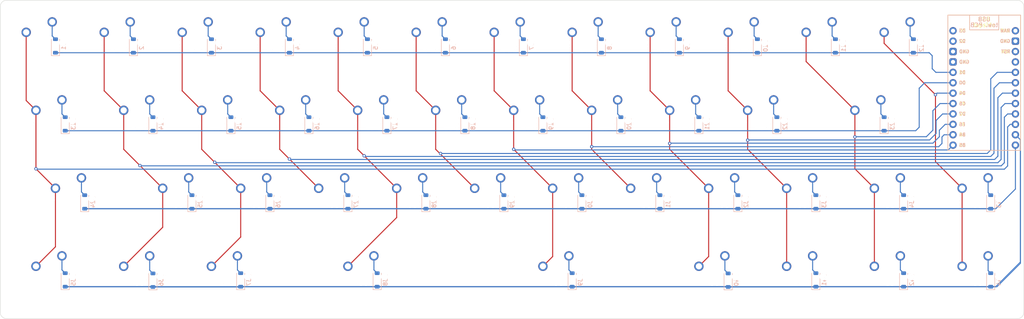
<source format=kicad_pcb>
(kicad_pcb (version 20221018) (generator pcbnew)
  (title_block (title "Maplefin's 40% Custom Keyboard") (rev "1"))
  (layers (0 "F.Cu" signal) (31 "B.Cu" signal) (34 "B.Paste" user) (35 "F.Paste" user) (36 "B.SilkS" user "B.Silkscreen") (37 "F.SilkS" user "F.Silkscreen") (38 "B.Mask" user) (39 "F.Mask" user) (44 "Edge.Cuts" user))
  (net 0 "")
  (net 1 "Net-(D1-A)")
  (net 2 "Net-(D2-A)")
  (net 3 "Net-(D3-A)")
  (net 4 "Net-(D4-A)")
  (net 5 "Net-(D5-A)")
  (net 6 "Net-(D6-A)")
  (net 7 "Net-(D7-A)")
  (net 8 "Net-(D8-A)")
  (net 9 "Net-(D9-A)")
  (net 10 "Net-(D10-A)")
  (net 11 "Net-(D11-A)")
  (net 12 "Net-(D12-A)")
  (net 13 "Net-(D13-A)")
  (net 14 "Net-(D14-A)")
  (net 15 "Net-(D15-A)")
  (net 16 "Net-(D16-A)")
  (net 17 "Net-(D17-A)")
  (net 18 "Net-(D18-A)")
  (net 19 "Net-(D19-A)")
  (net 20 "Net-(D20-A)")
  (net 21 "Net-(D21-A)")
  (net 22 "Net-(D22-A)")
  (net 23 "Net-(D23-A)")
  (net 24 "Net-(D24-A)")
  (net 25 "Net-(D25-A)")
  (net 26 "Net-(D26-A)")
  (net 27 "Net-(D27-A)")
  (net 28 "Net-(D28-A)")
  (net 29 "Net-(D29-A)")
  (net 30 "Net-(D30-A)")
  (net 31 "Net-(D31-A)")
  (net 32 "Net-(D32-A)")
  (net 33 "Net-(D33-A)")
  (net 34 "Net-(D34-A)")
  (net 35 "Net-(D35-A)")
  (net 36 "Net-(D36-A)")
  (net 37 "Net-(D37-A)")
  (net 38 "Net-(D38-A)")
  (net 39 "Net-(D39-A)")
  (net 40 "Net-(D40-A)")
  (net 41 "Net-(D41-A)")
  (net 42 "Net-(D42-A)")
  (net 51 "ROW0")
  (net 52 "ROW1")
  (net 53 "ROW2")
  (net 54 "ROW3")
  (net 55 "COL0")
  (net 56 "COL1")
  (net 57 "COL2")
  (net 58 "COL3")
  (net 59 "COL4")
  (net 60 "COL5")
  (net 61 "COL6")
  (net 62 "COL7")
  (net 63 "COL8")
  (net 64 "COL9")
  (net 65 "COL10")
  (net 66 "COL11")
  (net 67 "Net-(D43-A)")
  (net 68 "Net-(D44-A)")
  (footprint "PCM_marbastlib-mx:SW_MX_1.25u" (layer "F.Cu") (at 235.74375 78.58125)
    (fp_text reference "MX34" hide)
    (fp_text value "MX_SW_solder" hide)
  )
  (footprint "PCM_marbastlib-mx:SW_MX_1u" (layer "F.Cu") (at 154.78125 97.63125)
    (fp_text reference "MX39" hide)
    (fp_text value "MX_SW_solder" hide)
  )
  (footprint "PCM_marbastlib-xp-promicroish:ProMicro_Reversible_Single" (layer "F.Cu") (at 258.7625 51.53125)
    (fp_text reference "J1" hide)
    (fp_text value "Conn_02x12_Top_Bottom")
  )
  (footprint "PCM_marbastlib-mx:SW_MX_1u" (layer "F.Cu") (at 100.0125 78.58125)
    (fp_text reference "MX27" hide)
    (fp_text value "MX_SW_solder" hide)
  )
  (footprint "PCM_marbastlib-mx:SW_MX_1u" (layer "F.Cu") (at 204.7875 59.53125)
    (fp_text reference "MX22" hide)
    (fp_text value "MX_SW_solder" hide)
  )
  (footprint "PCM_marbastlib-mx:SW_MX_1u" (layer "F.Cu") (at 128.5875 59.53125)
    (fp_text reference "MX18" hide)
    (fp_text value "MX_SW_solder" hide)
  )
  (footprint "PCM_marbastlib-mx:SW_MX_1u" (layer "F.Cu") (at 147.6375 59.53125)
    (fp_text reference "MX19" hide)
    (fp_text value "MX_SW_solder" hide)
  )
  (footprint "PCM_marbastlib-mx:SW_MX_1u" (layer "F.Cu") (at 52.3875 97.63125)
    (fp_text reference "MX36" hide)
    (fp_text value "MX_SW_solder" hide)
  )
  (footprint "PCM_marbastlib-mx:SW_MX_1u" (layer "F.Cu") (at 185.7375 59.53125)
    (fp_text reference "MX21" hide)
    (fp_text value "MX_SW_solder" hide)
  )
  (footprint "PCM_marbastlib-mx:SW_MX_1.25u" (layer "F.Cu") (at 73.81875 97.63125)
    (fp_text reference "MX37" hide)
    (fp_text value "MX_SW_solder" hide)
  )
  (footprint "PCM_marbastlib-mx:SW_MX_1u" (layer "F.Cu") (at 52.3875 59.53125)
    (fp_text reference "MX14" hide)
    (fp_text value "MX_SW_solder" hide)
  )
  (footprint "PCM_marbastlib-mx:STAB_MX_2.75u" (layer "F.Cu") (at 154.78125 97.63125 180)
    (fp_text reference "S2" hide)
    (fp_text value "MX_stab")
  )
  (footprint "PCM_marbastlib-mx:SW_MX_1u" (layer "F.Cu") (at 200.025 40.48125)
    (fp_text reference "MX10" hide)
    (fp_text value "MX_SW_solder" hide)
  )
  (footprint "PCM_marbastlib-mx:SW_MX_1u" (layer "F.Cu") (at 142.875 40.48125)
    (fp_text reference "MX7" hide)
    (fp_text value "MX_SW_solder" hide)
  )
  (footprint "PCM_marbastlib-mx:SW_MX_1u" (layer "F.Cu") (at 66.675 40.48125)
    (fp_text reference "MX3" hide)
    (fp_text value "MX_SW_solder" hide)
  )
  (footprint "PCM_marbastlib-mx:SW_MX_1u" (layer "F.Cu") (at 157.1625 78.58125)
    (fp_text reference "MX30" hide)
    (fp_text value "MX_SW_solder" hide)
  )
  (footprint "PCM_marbastlib-mx:SW_MX_1u" (layer "F.Cu") (at 28.575 40.48125)
    (fp_text reference "MX1" hide)
    (fp_text value "MX_SW_solder" hide)
  )
  (footprint "PCM_marbastlib-mx:SW_MX_1u" (layer "F.Cu") (at 180.975 40.48125)
    (fp_text reference "MX9" hide)
    (fp_text value "MX_SW_solder" hide)
  )
  (footprint "PCM_marbastlib-mx:SW_MX_1u" (layer "F.Cu") (at 123.825 40.48125)
    (fp_text reference "MX6" hide)
    (fp_text value "MX_SW_solder" hide)
  )
  (footprint "PCM_marbastlib-mx:SW_MX_1u" (layer "F.Cu") (at 61.9125 78.58125)
    (fp_text reference "MX25" hide)
    (fp_text value "MX_SW_solder" hide)
  )
  (footprint "PCM_marbastlib-mx:SW_MX_1u" (layer "F.Cu") (at 71.4375 59.53125)
    (fp_text reference "MX15" hide)
    (fp_text value "MX_SW_solder" hide)
  )
  (footprint "PCM_marbastlib-mx:SW_MX_1.75u" (layer "F.Cu") (at 35.71875 78.58125)
    (fp_text reference "MX24" hide)
    (fp_text value "MX_SW_solder" hide)
  )
  (footprint "PCM_marbastlib-mx:SW_MX_1u" (layer "F.Cu") (at 119.0625 78.58125)
    (fp_text reference "MX28" hide)
    (fp_text value "MX_SW_solder" hide)
  )
  (footprint "PCM_marbastlib-mx:STAB_MX_2.25u" (layer "F.Cu") (at 107.15625 97.63125 180)
    (fp_text reference "S1" hide)
    (fp_text value "MX_stab")
  )
  (footprint "PCM_marbastlib-mx:SW_MX_1.25u" (layer "F.Cu") (at 30.95625 59.53125)
    (fp_text reference "MX13" hide)
    (fp_text value "MX_SW_solder" hide)
  )
  (footprint "PCM_marbastlib-mx:SW_MX_1.25u" (layer "F.Cu") (at 192.88125 97.63125)
    (fp_text reference "MX40" hide)
    (fp_text value "MX_SW_solder" hide)
  )
  (footprint "PCM_marbastlib-mx:SW_MX_1u" (layer "F.Cu") (at 219.075 40.48125)
    (fp_text reference "MX11" hide)
    (fp_text value "MX_SW_solder" hide)
  )
  (footprint "PCM_marbastlib-mx:SW_MX_1u" (layer "F.Cu") (at 104.775 40.48125)
    (fp_text reference "MX5" hide)
    (fp_text value "MX_SW_solder" hide)
  )
  (footprint "PCM_marbastlib-mx:SW_MX_1.75u" (layer "F.Cu") (at 230.98125 59.53125)
    (fp_text reference "MX23" hide)
    (fp_text value "MX_SW_solder" hide)
  )
  (footprint "PCM_marbastlib-mx:SW_MX_1u" (layer "F.Cu") (at 214.3125 78.58125)
    (fp_text reference "MX33" hide)
    (fp_text value "MX_SW_solder" hide)
  )
  (footprint "PCM_marbastlib-mx:SW_MX_1u" (layer "F.Cu") (at 166.6875 59.53125)
    (fp_text reference "MX20" hide)
    (fp_text value "MX_SW_solder" hide)
  )
  (footprint "PCM_marbastlib-mx:SW_MX_1u" (layer "F.Cu") (at 90.4875 59.53125)
    (fp_text reference "MX16" hide)
    (fp_text value "MX_SW_solder" hide)
  )
  (footprint "PCM_marbastlib-mx:SW_MX_1.25u" (layer "F.Cu") (at 235.74375 97.63125)
    (fp_text reference "MX42" hide)
    (fp_text value "MX_SW_solder" hide)
  )
  (footprint "PCM_marbastlib-mx:SW_MX_1u" (layer "F.Cu") (at 161.925 40.48125)
    (fp_text reference "MX8" hide)
    (fp_text value "MX_SW_solder" hide)
  )
  (footprint "PCM_marbastlib-mx:SW_MX_1u" (layer "F.Cu") (at 138.1125 78.58125)
    (fp_text reference "MX29" hide)
    (fp_text value "MX_SW_solder" hide)
  )
  (footprint "PCM_marbastlib-mx:SW_MX_1u" (layer "F.Cu") (at 80.9625 78.58125)
    (fp_text reference "MX26" hide)
    (fp_text value "MX_SW_solder" hide)
  )
  (footprint "PCM_marbastlib-mx:SW_MX_1u" (layer "F.Cu") (at 109.5375 59.53125)
    (fp_text reference "MX17" hide)
    (fp_text value "MX_SW_solder" hide)
  )
  (footprint "PCM_marbastlib-mx:SW_MX_1u" (layer "F.Cu") (at 238.125 40.48125)
    (fp_text reference "MX12" hide)
    (fp_text value "MX_SW_solder" hide)
  )
  (footprint "PCM_marbastlib-mx:SW_MX_1u" (layer "F.Cu") (at 195.2625 78.58125)
    (fp_text reference "MX32" hide)
    (fp_text value "MX_SW_solder" hide)
  )
  (footprint "PCM_marbastlib-mx:SW_MX_1u" (layer "F.Cu") (at 107.15625 97.63125)
    (fp_text reference "MX38" hide)
    (fp_text value "MX_SW_solder" hide)
  )
  (footprint "PCM_marbastlib-mx:SW_MX_1u" (layer "F.Cu") (at 47.625 40.48125)
    (fp_text reference "MX2" hide)
    (fp_text value "MX_SW_solder" hide)
  )
  (footprint "PCM_marbastlib-mx:SW_MX_1u" (layer "F.Cu") (at 176.2125 78.58125)
    (fp_text reference "MX31" hide)
    (fp_text value "MX_SW_solder" hide)
  )
  (footprint "PCM_marbastlib-mx:SW_MX_1u" (layer "F.Cu") (at 85.725 40.48125)
    (fp_text reference "MX4" hide)
    (fp_text value "MX_SW_solder" hide)
  )
  (footprint "PCM_marbastlib-mx:SW_MX_1.25u" (layer "F.Cu") (at 30.95625 97.63125)
    (fp_text reference "MX35" hide)
    (fp_text value "MX_SW_solder" hide)
  )
  (footprint "PCM_marbastlib-mx:SW_MX_1u" (layer "F.Cu") (at 257.175 97.63125)
    (fp_text reference "MX44" hide)
    (fp_text value "MX_SW_solder" hide)
  )
  (footprint "PCM_marbastlib-mx:SW_MX_1u" (layer "F.Cu") (at 257.175 78.58125)
    (fp_text reference "MX43" hide)
    (fp_text value "MX_SW_solder" hide)
  )
  (footprint "PCM_marbastlib-mx:SW_MX_1u" (layer "F.Cu") (at 214.3125 97.63125)
    (fp_text reference "MX41" hide)
    (fp_text value "MX_SW_solder" hide)
  )
  (footprint "Diode_SMD:D_SOD-123" (layer "B.Cu") (at 260.35 79.375 90)
    (fp_text reference "D43")
    (fp_text value "D_Small")
  )
  (footprint "Diode_SMD:D_SOD-123" (layer "B.Cu") (at 217.64625 98.425 90)
    (fp_text reference "D41")
    (fp_text value "D_Small")
  )
  (footprint "Diode_SMD:D_SOD-123" (layer "B.Cu") (at 150.97125 60.325 90)
    (fp_text reference "D19")
    (fp_text value "D_Small")
  )
  (footprint "Diode_SMD:D_SOD-123" (layer "B.Cu") (at 198.59625 79.375 90)
    (fp_text reference "D32")
    (fp_text value "D_Small")
  )
  (footprint "Diode_SMD:D_SOD-123" (layer "B.Cu") (at 217.64625 79.375 90)
    (fp_text reference "D33")
    (fp_text value "D_Small")
  )
  (footprint "Diode_SMD:D_SOD-123" (layer "B.Cu") (at 260.35 98.425 90)
    (fp_text reference "D44")
    (fp_text value "D_Small")
  )
  (footprint "Diode_SMD:D_SOD-123" (layer "B.Cu") (at 158.115 98.425 90)
    (fp_text reference "D39")
    (fp_text value "D_Small")
  )
  (footprint "Diode_SMD:D_SOD-123" (layer "B.Cu") (at 70.00875 41.275 90)
    (fp_text reference "D3")
    (fp_text value "D_Small")
  )
  (footprint "Diode_SMD:D_SOD-123" (layer "B.Cu") (at 108.10875 41.275 90)
    (fp_text reference "D5")
    (fp_text value "D_Small")
  )
  (footprint "Diode_SMD:D_SOD-123" (layer "B.Cu") (at 170.02125 60.325 90)
    (fp_text reference "D20")
    (fp_text value "D_Small")
  )
  (footprint "Diode_SMD:D_SOD-123" (layer "B.Cu") (at 234.315 60.325 90)
    (fp_text reference "D23")
    (fp_text value "D_Small")
  )
  (footprint "Diode_SMD:D_SOD-123" (layer "B.Cu") (at 203.35875 41.275 90)
    (fp_text reference "D10")
    (fp_text value "D_Small")
  )
  (footprint "Diode_SMD:D_SOD-123" (layer "B.Cu") (at 34.29 98.425 90)
    (fp_text reference "D35")
    (fp_text value "D_Small")
  )
  (footprint "Diode_SMD:D_SOD-123" (layer "B.Cu") (at 241.45875 41.275 90)
    (fp_text reference "D12")
    (fp_text value "D_Small")
  )
  (footprint "Diode_SMD:D_SOD-123" (layer "B.Cu") (at 84.29625 79.375 90)
    (fp_text reference "D26")
    (fp_text value "D_Small")
  )
  (footprint "Diode_SMD:D_SOD-123" (layer "B.Cu") (at 179.54625 79.375 90)
    (fp_text reference "D31")
    (fp_text value "D_Small")
  )
  (footprint "Diode_SMD:D_SOD-123" (layer "B.Cu") (at 239.0775 98.425 90)
    (fp_text reference "D42")
    (fp_text value "D_Small")
  )
  (footprint "Diode_SMD:D_SOD-123" (layer "B.Cu") (at 50.95875 41.275 90)
    (fp_text reference "D2")
    (fp_text value "D_Small")
  )
  (footprint "Diode_SMD:D_SOD-123" (layer "B.Cu") (at 239.0775 79.375 90)
    (fp_text reference "D34")
    (fp_text value "D_Small")
  )
  (footprint "Diode_SMD:D_SOD-123" (layer "B.Cu") (at 74.77125 60.325 90)
    (fp_text reference "D15")
    (fp_text value "D_Small")
  )
  (footprint "Diode_SMD:D_SOD-123" (layer "B.Cu") (at 146.20875 41.275 90)
    (fp_text reference "D7")
    (fp_text value "D_Small")
  )
  (footprint "Diode_SMD:D_SOD-123" (layer "B.Cu") (at 34.29 60.325 90)
    (fp_text reference "D13")
    (fp_text value "D_Small")
  )
  (footprint "Diode_SMD:D_SOD-123" (layer "B.Cu") (at 39.0525 79.375 90)
    (fp_text reference "D24")
    (fp_text value "D_Small")
  )
  (footprint "Diode_SMD:D_SOD-123" (layer "B.Cu") (at 131.92125 60.325 90)
    (fp_text reference "D18")
    (fp_text value "D_Small")
  )
  (footprint "Diode_SMD:D_SOD-123" (layer "B.Cu") (at 122.39625 79.375 90)
    (fp_text reference "D28")
    (fp_text value "D_Small")
  )
  (footprint "Diode_SMD:D_SOD-123" (layer "B.Cu") (at 141.44625 79.375 90)
    (fp_text reference "D29")
    (fp_text value "D_Small")
  )
  (footprint "Diode_SMD:D_SOD-123" (layer "B.Cu") (at 89.05875 41.275 90)
    (fp_text reference "D4")
    (fp_text value "D_Small")
  )
  (footprint "Diode_SMD:D_SOD-123" (layer "B.Cu") (at 222.40875 41.275 90)
    (fp_text reference "D11")
    (fp_text value "D_Small")
  )
  (footprint "Diode_SMD:D_SOD-123" (layer "B.Cu") (at 65.24625 79.375 90)
    (fp_text reference "D25")
    (fp_text value "D_Small")
  )
  (footprint "Diode_SMD:D_SOD-123" (layer "B.Cu") (at 208.12125 60.325 90)
    (fp_text reference "D22")
    (fp_text value "D_Small")
  )
  (footprint "Diode_SMD:D_SOD-123" (layer "B.Cu") (at 93.82125 60.325 90)
    (fp_text reference "D16")
    (fp_text value "D_Small")
  )
  (footprint "Diode_SMD:D_SOD-123" (layer "B.Cu") (at 77.1525 98.425 90)
    (fp_text reference "D37")
    (fp_text value "D_Small")
  )
  (footprint "Diode_SMD:D_SOD-123" (layer "B.Cu") (at 127.15875 41.275 90)
    (fp_text reference "D6")
    (fp_text value "D_Small")
  )
  (footprint "Diode_SMD:D_SOD-123" (layer "B.Cu") (at 196.215 98.4875 90)
    (fp_text reference "D40")
    (fp_text value "D_Small")
  )
  (footprint "Diode_SMD:D_SOD-123" (layer "B.Cu") (at 110.49 98.425 90)
    (fp_text reference "D38")
    (fp_text value "D_Small")
  )
  (footprint "Diode_SMD:D_SOD-123" (layer "B.Cu") (at 112.87125 60.325 90)
    (fp_text reference "D17")
    (fp_text value "D_Small")
  )
  (footprint "Diode_SMD:D_SOD-123" (layer "B.Cu") (at 103.34625 79.375 90)
    (fp_text reference "D27")
    (fp_text value "D_Small")
  )
  (footprint "Diode_SMD:D_SOD-123" (layer "B.Cu") (at 160.49625 79.375 90)
    (fp_text reference "D30")
    (fp_text value "D_Small")
  )
  (footprint "Diode_SMD:D_SOD-123" (layer "B.Cu") (at 55.72125 60.325 90)
    (fp_text reference "D14")
    (fp_text value "D_Small")
  )
  (footprint "Diode_SMD:D_SOD-123" (layer "B.Cu") (at 184.30875 41.275 90)
    (fp_text reference "D9")
    (fp_text value "D_Small")
  )
  (footprint "Diode_SMD:D_SOD-123" (layer "B.Cu") (at 165.25875 41.275 90)
    (fp_text reference "D8")
    (fp_text value "D_Small")
  )
  (footprint "Diode_SMD:D_SOD-123" (layer "B.Cu") (at 55.72125 98.4875 90)
    (fp_text reference "D36")
    (fp_text value "D_Small")
  )
  (footprint "Diode_SMD:D_SOD-123" (layer "B.Cu") (at 189.07125 60.325 90)
    (fp_text reference "D21")
    (fp_text value "D_Small")
  )
  (footprint "Diode_SMD:D_SOD-123" (layer "B.Cu") (at 31.90875 41.275 90)
    (fp_text reference "D1")
    (fp_text value "D_Small")
  )
  (gr_line (start 20.0025 107.8875) (end 266.85875 107.8875) (stroke (width 0.1)) (layer "Edge.Cuts"))
  (gr_line (start 18.415 31.6875) (end 18.415 106.3) (stroke (width 0.1)) (layer "Edge.Cuts"))
  (gr_line (start 266.85875 30.1) (end 20.0025 30.1) (stroke (width 0.1)) (layer "Edge.Cuts"))
  (gr_arc (start 266.85875 30.1) (mid 267.981282 30.564968) (end 268.44625 31.6875) (stroke (width 0.1)) (layer "Edge.Cuts"))
  (gr_arc (start 18.415 31.6875) (mid 18.879968 30.564968) (end 20.0025 30.1) (stroke (width 0.1)) (layer "Edge.Cuts"))
  (gr_line (start 268.44625 106.3) (end 268.44625 31.6875) (stroke (width 0.1)) (layer "Edge.Cuts"))
  (gr_arc (start 20.0025 107.8875) (mid 18.879968 107.422532) (end 18.415 106.3) (stroke (width 0.1)) (layer "Edge.Cuts"))
  (gr_arc (start 268.44625 106.3) (mid 267.981282 107.422532) (end 266.85875 107.8875) (stroke (width 0.1)) (layer "Edge.Cuts"))
  (segment (start 31.115 35.40125) (end 31.115 38.83125) (width 0.25) (layer "B.Cu") (net 1))
  (segment (start 31.115 38.83125) (end 31.90875 39.625) (width 0.25) (layer "B.Cu") (net 1))
  (segment (start 50.165 35.40125) (end 50.165 38.83125) (width 0.25) (layer "B.Cu") (net 2))
  (segment (start 50.165 38.83125) (end 50.95875 39.625) (width 0.25) (layer "B.Cu") (net 2))
  (segment (start 69.215 35.40125) (end 69.215 38.83125) (width 0.25) (layer "B.Cu") (net 3))
  (segment (start 69.215 38.83125) (end 70.00875 39.625) (width 0.25) (layer "B.Cu") (net 3))
  (segment (start 88.265 35.40125) (end 88.265 38.83125) (width 0.25) (layer "B.Cu") (net 4))
  (segment (start 88.265 38.83125) (end 89.05875 39.625) (width 0.25) (layer "B.Cu") (net 4))
  (segment (start 107.315 35.40125) (end 107.315 38.83125) (width 0.25) (layer "B.Cu") (net 5))
  (segment (start 107.315 38.83125) (end 108.10875 39.625) (width 0.25) (layer "B.Cu") (net 5))
  (segment (start 126.365 35.40125) (end 126.365 38.83125) (width 0.25) (layer "B.Cu") (net 6))
  (segment (start 126.365 38.83125) (end 127.15875 39.625) (width 0.25) (layer "B.Cu") (net 6))
  (segment (start 145.415 35.40125) (end 145.415 38.83125) (width 0.25) (layer "B.Cu") (net 7))
  (segment (start 145.415 38.83125) (end 146.20875 39.625) (width 0.25) (layer "B.Cu") (net 7))
  (segment (start 164.465 38.83125) (end 165.25875 39.625) (width 0.25) (layer "B.Cu") (net 8))
  (segment (start 164.465 35.40125) (end 164.465 38.83125) (width 0.25) (layer "B.Cu") (net 8))
  (segment (start 183.515 35.40125) (end 183.515 38.83125) (width 0.25) (layer "B.Cu") (net 9))
  (segment (start 183.515 38.83125) (end 184.30875 39.625) (width 0.25) (layer "B.Cu") (net 9))
  (segment (start 202.565 35.40125) (end 202.565 38.83125) (width 0.25) (layer "B.Cu") (net 10))
  (segment (start 202.565 38.83125) (end 203.35875 39.625) (width 0.25) (layer "B.Cu") (net 10))
  (segment (start 221.615 35.40125) (end 221.615 38.83125) (width 0.25) (layer "B.Cu") (net 11))
  (segment (start 221.615 38.83125) (end 222.40875 39.625) (width 0.25) (layer "B.Cu") (net 11))
  (segment (start 240.665 38.83125) (end 241.45875 39.625) (width 0.25) (layer "B.Cu") (net 12))
  (segment (start 240.665 35.40125) (end 240.665 38.83125) (width 0.25) (layer "B.Cu") (net 12))
  (segment (start 33.49625 57.88125) (end 34.29 58.675) (width 0.25) (layer "B.Cu") (net 13))
  (segment (start 33.49625 54.45125) (end 33.49625 57.88125) (width 0.25) (layer "B.Cu") (net 13))
  (segment (start 54.9275 57.88125) (end 54.9275 54.45125) (width 0.25) (layer "B.Cu") (net 14))
  (segment (start 55.72125 58.675) (end 54.9275 57.88125) (width 0.25) (layer "B.Cu") (net 14))
  (segment (start 73.9775 54.45125) (end 73.9775 57.88125) (width 0.25) (layer "B.Cu") (net 15))
  (segment (start 73.9775 57.88125) (end 74.77125 58.675) (width 0.25) (layer "B.Cu") (net 15))
  (segment (start 93.0275 57.88125) (end 93.82125 58.675) (width 0.25) (layer "B.Cu") (net 16))
  (segment (start 93.0275 54.45125) (end 93.0275 57.88125) (width 0.25) (layer "B.Cu") (net 16))
  (segment (start 112.87125 58.675) (end 112.0775 57.88125) (width 0.25) (layer "B.Cu") (net 17))
  (segment (start 112.0775 57.88125) (end 112.0775 54.45125) (width 0.25) (layer "B.Cu") (net 17))
  (segment (start 131.1275 57.88125) (end 131.1275 54.45125) (width 0.25) (layer "B.Cu") (net 18))
  (segment (start 131.92125 58.675) (end 131.1275 57.88125) (width 0.25) (layer "B.Cu") (net 18))
  (segment (start 150.97125 58.675) (end 150.1775 57.88125) (width 0.25) (layer "B.Cu") (net 19))
  (segment (start 150.1775 57.88125) (end 150.1775 54.45125) (width 0.25) (layer "B.Cu") (net 19))
  (segment (start 169.2275 57.88125) (end 170.02125 58.675) (width 0.25) (layer "B.Cu") (net 20))
  (segment (start 169.2275 54.45125) (end 169.2275 57.88125) (width 0.25) (layer "B.Cu") (net 20))
  (segment (start 188.2775 57.88125) (end 189.07125 58.675) (width 0.25) (layer "B.Cu") (net 21))
  (segment (start 188.2775 54.45125) (end 188.2775 57.88125) (width 0.25) (layer "B.Cu") (net 21))
  (segment (start 207.3275 57.88125) (end 208.12125 58.675) (width 0.25) (layer "B.Cu") (net 22))
  (segment (start 207.3275 54.45125) (end 207.3275 57.88125) (width 0.25) (layer "B.Cu") (net 22))
  (segment (start 233.52125 57.88125) (end 234.315 58.675) (width 0.25) (layer "B.Cu") (net 23))
  (segment (start 233.52125 54.45125) (end 233.52125 57.88125) (width 0.25) (layer "B.Cu") (net 23))
  (segment (start 39.0525 77.725) (end 38.25875 76.93125) (width 0.25) (layer "B.Cu") (net 24))
  (segment (start 38.25875 76.93125) (end 38.25875 73.50125) (width 0.25) (layer "B.Cu") (net 24))
  (segment (start 65.24625 77.725) (end 64.4525 76.93125) (width 0.25) (layer "B.Cu") (net 25))
  (segment (start 64.4525 76.93125) (end 64.4525 73.50125) (width 0.25) (layer "B.Cu") (net 25))
  (segment (start 84.29625 77.725) (end 83.5025 76.93125) (width 0.25) (layer "B.Cu") (net 26))
  (segment (start 83.5025 76.93125) (end 83.5025 73.50125) (width 0.25) (layer "B.Cu") (net 26))
  (segment (start 103.34625 77.725) (end 102.5525 76.93125) (width 0.25) (layer "B.Cu") (net 27))
  (segment (start 102.5525 76.93125) (end 102.5525 73.50125) (width 0.25) (layer "B.Cu") (net 27))
  (segment (start 121.6025 76.93125) (end 121.6025 73.50125) (width 0.25) (layer "B.Cu") (net 28))
  (segment (start 122.39625 77.725) (end 121.6025 76.93125) (width 0.25) (layer "B.Cu") (net 28))
  (segment (start 141.44625 77.725) (end 140.6525 76.93125) (width 0.25) (layer "B.Cu") (net 29))
  (segment (start 140.6525 76.93125) (end 140.6525 73.50125) (width 0.25) (layer "B.Cu") (net 29))
  (segment (start 160.49625 77.725) (end 159.7025 76.93125) (width 0.25) (layer "B.Cu") (net 30))
  (segment (start 159.7025 76.93125) (end 159.7025 73.50125) (width 0.25) (layer "B.Cu") (net 30))
  (segment (start 178.7525 76.93125) (end 178.7525 73.50125) (width 0.25) (layer "B.Cu") (net 31))
  (segment (start 179.54625 77.725) (end 178.7525 76.93125) (width 0.25) (layer "B.Cu") (net 31))
  (segment (start 197.8025 76.93125) (end 197.8025 73.50125) (width 0.25) (layer "B.Cu") (net 32))
  (segment (start 198.59625 77.725) (end 197.8025 76.93125) (width 0.25) (layer "B.Cu") (net 32))
  (segment (start 216.8525 76.93125) (end 217.64625 77.725) (width 0.25) (layer "B.Cu") (net 33))
  (segment (start 216.8525 73.50125) (end 216.8525 76.93125) (width 0.25) (layer "B.Cu") (net 33))
  (segment (start 238.28375 76.93125) (end 239.0775 77.725) (width 0.25) (layer "B.Cu") (net 34))
  (segment (start 238.28375 73.50125) (end 238.28375 76.93125) (width 0.25) (layer "B.Cu") (net 34))
  (segment (start 34.29 96.775) (end 33.49625 95.98125) (width 0.25) (layer "B.Cu") (net 35))
  (segment (start 33.49625 95.98125) (end 33.49625 92.55125) (width 0.25) (layer "B.Cu") (net 35))
  (segment (start 54.9275 96.04375) (end 54.9275 92.55125) (width 0.25) (layer "B.Cu") (net 36))
  (segment (start 55.72125 96.8375) (end 54.9275 96.04375) (width 0.25) (layer "B.Cu") (net 36))
  (segment (start 76.35875 95.98125) (end 76.35875 92.55125) (width 0.25) (layer "B.Cu") (net 37))
  (segment (start 77.1525 96.775) (end 76.35875 95.98125) (width 0.25) (layer "B.Cu") (net 37))
  (segment (start 110.49 96.775) (end 109.69625 95.98125) (width 0.25) (layer "B.Cu") (net 38))
  (segment (start 109.69625 95.98125) (end 109.69625 92.55125) (width 0.25) (layer "B.Cu") (net 38))
  (segment (start 157.32125 95.98125) (end 157.32125 92.55125) (width 0.25) (layer "B.Cu") (net 39))
  (segment (start 158.115 96.775) (end 157.32125 95.98125) (width 0.25) (layer "B.Cu") (net 39))
  (segment (start 195.42125 96.04375) (end 195.42125 92.55125) (width 0.25) (layer "B.Cu") (net 40))
  (segment (start 196.215 96.8375) (end 195.42125 96.04375) (width 0.25) (layer "B.Cu") (net 40))
  (segment (start 217.64625 96.775) (end 216.8525 95.98125) (width 0.25) (layer "B.Cu") (net 41))
  (segment (start 216.8525 95.98125) (end 216.8525 92.55125) (width 0.25) (layer "B.Cu") (net 41))
  (segment (start 239.0775 96.775) (end 238.28375 95.98125) (width 0.25) (layer "B.Cu") (net 42))
  (segment (start 238.28375 95.98125) (end 238.28375 92.55125) (width 0.25) (layer "B.Cu") (net 42))
  (segment (start 246.9525 47.72125) (end 251.1425 47.72125) (width 0.25) (layer "B.Cu") (net 51))
  (segment (start 246.0625 43.65625) (end 246.0625 46.83125) (width 0.25) (layer "B.Cu") (net 51))
  (segment (start 245.26875 42.925) (end 245.33125 42.925) (width 0.25) (layer "B.Cu") (net 51))
  (segment (start 245.33125 42.925) (end 246.0625 43.65625) (width 0.25) (layer "B.Cu") (net 51))
  (segment (start 246.0625 46.83125) (end 246.9525 47.72125) (width 0.25) (layer "B.Cu") (net 51))
  (segment (start 241.45875 42.925) (end 245.26875 42.925) (width 0.25) (layer "B.Cu") (net 51))
  (segment (start 241.45875 42.925) (end 31.90875 42.925) (width 0.25) (layer "B.Cu") (net 51))
  (segment (start 234.315 61.975) (end 242.03125 61.975) (width 0.25) (layer "B.Cu") (net 52))
  (segment (start 242.8875 51.59375) (end 244.22 50.26125) (width 0.25) (layer "B.Cu") (net 52))
  (segment (start 34.29 61.975) (end 234.315 61.975) (width 0.25) (layer "B.Cu") (net 52))
  (segment (start 244.22 50.26125) (end 251.1425 50.26125) (width 0.25) (layer "B.Cu") (net 52))
  (segment (start 242.8875 61.11875) (end 242.8875 51.59375) (width 0.25) (layer "B.Cu") (net 52))
  (segment (start 242.03125 61.975) (end 242.8875 61.11875) (width 0.25) (layer "B.Cu") (net 52))
  (segment (start 65.24625 81.025) (end 39.0525 81.025) (width 0.25) (layer "B.Cu") (net 53))
  (segment (start 160.49625 81.025) (end 141.44625 81.025) (width 0.25) (layer "B.Cu") (net 53))
  (segment (start 239.0775 81.025) (end 217.64625 81.025) (width 0.25) (layer "B.Cu") (net 53))
  (segment (start 179.54625 81.025) (end 160.49625 81.025) (width 0.25) (layer "B.Cu") (net 53))
  (segment (start 261.579017 81.025) (end 260.35 81.025) (width 0.25) (layer "B.Cu") (net 53))
  (segment (start 239.0775 81.025) (end 260.35 81.025) (width 0.25) (layer "B.Cu") (net 53))
  (segment (start 84.29625 81.025) (end 65.24625 81.025) (width 0.25) (layer "B.Cu") (net 53))
  (segment (start 266.3825 76.221517) (end 261.579017 81.025) (width 0.25) (layer "B.Cu") (net 53))
  (segment (start 122.39625 81.025) (end 103.34625 81.025) (width 0.25) (layer "B.Cu") (net 53))
  (segment (start 198.59625 81.025) (end 179.54625 81.025) (width 0.25) (layer "B.Cu") (net 53))
  (segment (start 141.44625 81.025) (end 122.39625 81.025) (width 0.25) (layer "B.Cu") (net 53))
  (segment (start 217.64625 81.025) (end 198.59625 81.025) (width 0.25) (layer "B.Cu") (net 53))
  (segment (start 103.34625 81.025) (end 84.29625 81.025) (width 0.25) (layer "B.Cu") (net 53))
  (segment (start 260.35 81.025) (end 39.0525 81.025) (width 0.25) (layer "B.Cu") (net 53))
  (segment (start 266.3825 65.50125) (end 266.3825 76.221517) (width 0.25) (layer "B.Cu") (net 53))
  (segment (start 261.579017 100.075) (end 267.6075 94.046517) (width 0.25) (layer "B.Cu") (net 54))
  (segment (start 158.115 100.075) (end 196.1525 100.075) (width 0.25) (layer "B.Cu") (net 54))
  (segment (start 260.35 100.075) (end 261.579017 100.075) (width 0.25) (layer "B.Cu") (net 54))
  (segment (start 261.875 100.075) (end 34.29 100.075) (width 0.25) (layer "B.Cu") (net 54))
  (segment (start 266.3825 62.96125) (end 267.6075 64.18625) (width 0.25) (layer "B.Cu") (net 54))
  (segment (start 77.09 100.1375) (end 77.1525 100.075) (width 0.25) (layer "B.Cu") (net 54))
  (segment (start 55.72125 100.1375) (end 77.09 100.1375) (width 0.25) (layer "B.Cu") (net 54))
  (segment (start 267.6075 94.3425) (end 261.875 100.075) (width 0.25) (layer "B.Cu") (net 54))
  (segment (start 267.6075 64.18625) (end 267.6075 94.3425) (width 0.25) (layer "B.Cu") (net 54))
  (segment (start 55.65875 100.075) (end 55.72125 100.1375) (width 0.25) (layer "B.Cu") (net 54))
  (segment (start 217.58375 100.1375) (end 217.64625 100.075) (width 0.25) (layer "B.Cu") (net 54))
  (segment (start 110.49 100.075) (end 158.115 100.075) (width 0.25) (layer "B.Cu") (net 54))
  (segment (start 239.0775 100.075) (end 260.35 100.075) (width 0.25) (layer "B.Cu") (net 54))
  (segment (start 196.215 100.1375) (end 217.58375 100.1375) (width 0.25) (layer "B.Cu") (net 54))
  (segment (start 77.1525 100.075) (end 110.49 100.075) (width 0.25) (layer "B.Cu") (net 54))
  (segment (start 196.1525 100.075) (end 196.215 100.1375) (width 0.25) (layer "B.Cu") (net 54))
  (segment (start 267.6075 94.046517) (end 267.6075 64.18625) (width 0.25) (layer "B.Cu") (net 54))
  (segment (start 34.29 100.075) (end 55.65875 100.075) (width 0.25) (layer "B.Cu") (net 54))
  (segment (start 239.0775 100.075) (end 217.64625 100.075) (width 0.25) (layer "B.Cu") (net 54))
  (segment (start 27.14625 95.09125) (end 31.90875 90.32875) (width 0.25) (layer "F.Cu") (net 55))
  (segment (start 24.765 54.61) (end 24.765 37.94125) (width 0.25) (layer "F.Cu") (net 55))
  (segment (start 27.14625 71.27875) (end 27.14625 56.99125) (width 0.25) (layer "F.Cu") (net 55))
  (segment (start 27.14625 56.99125) (end 24.765 54.61) (width 0.25) (layer "F.Cu") (net 55))
  (segment (start 31.90875 76.04125) (end 27.14625 71.27875) (width 0.25) (layer "F.Cu") (net 55))
  (segment (start 31.90875 90.32875) (end 31.90875 76.04125) (width 0.25) (layer "F.Cu") (net 55))
  (via (at 27.14625 71.27875) (size 0.8) (drill 0.4) (layers "F.Cu" "B.Cu") (net 55))
  (segment (start 27.2425 71.375) (end 27.14625 71.27875) (width 0.25) (layer "B.Cu") (net 55))
  (segment (start 263.68375 71.375) (end 264.4775 70.58125) (width 0.25) (layer "B.Cu") (net 55))
  (segment (start 263.68375 71.375) (end 27.2425 71.375) (width 0.25) (layer "B.Cu") (net 55))
  (segment (start 264.4775 70.58125) (end 264.4775 61.05625) (width 0.25) (layer "B.Cu") (net 55))
  (segment (start 265.1125 60.42125) (end 266.3825 60.42125) (width 0.25) (layer "B.Cu") (net 55))
  (segment (start 264.4775 61.05625) (end 265.1125 60.42125) (width 0.25) (layer "B.Cu") (net 55))
  (segment (start 48.5775 66.51625) (end 48.5775 56.99125) (width 0.25) (layer "F.Cu") (net 56))
  (segment (start 58.1025 76.04125) (end 52.54625 70.485) (width 0.25) (layer "F.Cu") (net 56))
  (segment (start 43.815 52.22875) (end 43.815 37.94125) (width 0.25) (layer "F.Cu") (net 56))
  (segment (start 52.54625 70.485) (end 48.5775 66.51625) (width 0.25) (layer "F.Cu") (net 56))
  (segment (start 48.5775 95.09125) (end 58.1025 85.56625) (width 0.25) (layer "F.Cu") (net 56))
  (segment (start 58.1025 85.56625) (end 58.1025 76.04125) (width 0.25) (layer "F.Cu") (net 56))
  (segment (start 48.5775 56.99125) (end 43.815 52.22875) (width 0.25) (layer "F.Cu") (net 56))
  (via (at 52.54625 70.485) (size 0.8) (drill 0.4) (layers "F.Cu" "B.Cu") (net 56))
  (segment (start 263.68375 69.7875) (end 262.9175 70.55375) (width 0.25) (layer "B.Cu") (net 56))
  (segment (start 52.615 70.55375) (end 52.54625 70.485) (width 0.25) (layer "B.Cu") (net 56))
  (segment (start 266.3825 57.88125) (end 264.4775 57.88125) (width 0.25) (layer "B.Cu") (net 56))
  (segment (start 262.9175 70.55375) (end 52.615 70.55375) (width 0.25) (layer "B.Cu") (net 56))
  (segment (start 263.68375 58.675) (end 263.68375 69.7875) (width 0.25) (layer "B.Cu") (net 56))
  (segment (start 264.4775 57.88125) (end 263.68375 58.675) (width 0.25) (layer "B.Cu") (net 56))
  (segment (start 77.1525 76.04125) (end 70.8025 69.69125) (width 0.25) (layer "F.Cu") (net 57))
  (segment (start 77.1525 87.9475) (end 77.1525 76.04125) (width 0.25) (layer "F.Cu") (net 57))
  (segment (start 70.00875 95.09125) (end 77.1525 87.9475) (width 0.25) (layer "F.Cu") (net 57))
  (segment (start 67.6275 66.51625) (end 67.6275 56.99125) (width 0.25) (layer "F.Cu") (net 57))
  (segment (start 67.6275 56.99125) (end 62.865 52.22875) (width 0.25) (layer "F.Cu") (net 57))
  (segment (start 62.865 52.22875) (end 62.865 37.94125) (width 0.25) (layer "F.Cu") (net 57))
  (segment (start 70.8025 69.69125) (end 67.6275 66.51625) (width 0.25) (layer "F.Cu") (net 57))
  (via (at 70.8025 69.69125) (size 0.8) (drill 0.4) (layers "F.Cu" "B.Cu") (net 57))
  (segment (start 262.89 68.99375) (end 262.09625 69.7875) (width 0.25) (layer "B.Cu") (net 57))
  (segment (start 263.8425 55.34125) (end 262.89 56.29375) (width 0.25) (layer "B.Cu") (net 57))
  (segment (start 70.89875 69.7875) (end 70.8025 69.69125) (width 0.25) (layer "B.Cu") (net 57))
  (segment (start 266.3825 55.34125) (end 263.8425 55.34125) (width 0.25) (layer "B.Cu") (net 57))
  (segment (start 262.09625 69.7875) (end 70.89875 69.7875) (width 0.25) (layer "B.Cu") (net 57))
  (segment (start 262.89 56.29375) (end 262.89 68.99375) (width 0.25) (layer "B.Cu") (net 57))
  (segment (start 96.2025 76.04125) (end 89.05875 68.8975) (width 0.25) (layer "F.Cu") (net 58))
  (segment (start 86.6775 56.99125) (end 81.915 52.22875) (width 0.25) (layer "F.Cu") (net 58))
  (segment (start 89.05875 68.8975) (end 86.6775 66.51625) (width 0.25) (layer "F.Cu") (net 58))
  (segment (start 86.6775 66.51625) (end 86.6775 56.99125) (width 0.25) (layer "F.Cu") (net 58))
  (segment (start 81.915 52.22875) (end 81.915 37.94125) (width 0.25) (layer "F.Cu") (net 58))
  (via (at 89.05875 68.8975) (size 0.8) (drill 0.4) (layers "F.Cu" "B.Cu") (net 58))
  (segment (start 262.09625 68.2) (end 261.3025 68.99375) (width 0.25) (layer "B.Cu") (net 58))
  (segment (start 263.2075 52.80125) (end 262.09625 53.9125) (width 0.25) (layer "B.Cu") (net 58))
  (segment (start 261.3025 68.99375) (end 89.155 68.99375) (width 0.25) (layer "B.Cu") (net 58))
  (segment (start 89.155 68.99375) (end 89.05875 68.8975) (width 0.25) (layer "B.Cu") (net 58))
  (segment (start 262.09625 53.9125) (end 262.09625 68.2) (width 0.25) (layer "B.Cu") (net 58))
  (segment (start 266.3825 52.80125) (end 263.2075 52.80125) (width 0.25) (layer "B.Cu") (net 58))
  (segment (start 105.7275 56.99125) (end 100.965 52.22875) (width 0.25) (layer "F.Cu") (net 59))
  (segment (start 100.965 52.22875) (end 100.965 37.94125) (width 0.25) (layer "F.Cu") (net 59))
  (segment (start 103.34625 95.09125) (end 115.2525 83.185) (width 0.25) (layer "F.Cu") (net 59))
  (segment (start 107.315 68.10375) (end 105.7275 66.51625) (width 0.25) (layer "F.Cu") (net 59))
  (segment (start 115.2525 83.185) (end 115.2525 76.04125) (width 0.25) (layer "F.Cu") (net 59))
  (segment (start 105.7275 66.51625) (end 105.7275 56.99125) (width 0.25) (layer "F.Cu") (net 59))
  (segment (start 115.2525 76.04125) (end 107.315 68.10375) (width 0.25) (layer "F.Cu") (net 59))
  (via (at 107.315 68.10375) (size 0.8) (drill 0.4) (layers "F.Cu" "B.Cu") (net 59))
  (segment (start 261.14375 67.46875) (end 260.35 68.2625) (width 0.25) (layer "B.Cu") (net 59))
  (segment (start 262.47625 50.26125) (end 261.14375 51.59375) (width 0.25) (layer "B.Cu") (net 59))
  (segment (start 266.3825 50.26125) (end 262.47625 50.26125) (width 0.25) (layer "B.Cu") (net 59))
  (segment (start 107.47375 68.2625) (end 107.315 68.10375) (width 0.25) (layer "B.Cu") (net 59))
  (segment (start 261.14375 51.59375) (end 261.14375 67.46875) (width 0.25) (layer "B.Cu") (net 59))
  (segment (start 260.35 68.2625) (end 107.47375 68.2625) (width 0.25) (layer "B.Cu") (net 59))
  (segment (start 134.3025 76.04125) (end 124.7775 66.51625) (width 0.25) (layer "F.Cu") (net 60))
  (segment (start 120.015 52.22875) (end 120.015 37.94125) (width 0.25) (layer "F.Cu") (net 60))
  (segment (start 124.7775 66.51625) (end 124.7775 56.99125) (width 0.25) (layer "F.Cu") (net 60))
  (segment (start 124.7775 56.99125) (end 120.015 52.22875) (width 0.25) (layer "F.Cu") (net 60))
  (via (at 125.968125 67.538) (size 0.8) (drill 0.4) (layers "F.Cu" "B.Cu") (net 60))
  (segment (start 125.968125 67.538) (end 259.487 67.538) (width 0.25) (layer "B.Cu") (net 60))
  (segment (start 260.35 66.675) (end 260.35 49.30875) (width 0.25) (layer "B.Cu") (net 60))
  (segment (start 260.35 49.30875) (end 261.9375 47.72125) (width 0.25) (layer "B.Cu") (net 60))
  (segment (start 259.487 67.538) (end 260.35 66.675) (width 0.25) (layer "B.Cu") (net 60))
  (segment (start 261.9375 47.72125) (end 266.3825 47.72125) (width 0.25) (layer "B.Cu") (net 60))
  (segment (start 150.97125 95.09125) (end 153.3525 92.71) (width 0.25) (layer "F.Cu") (net 61))
  (segment (start 143.8275 56.99125) (end 139.065 52.22875) (width 0.25) (layer "F.Cu") (net 61))
  (segment (start 139.065 52.22875) (end 139.065 37.94125) (width 0.25) (layer "F.Cu") (net 61))
  (segment (start 153.3525 92.71) (end 153.3525 76.04125) (width 0.25) (layer "F.Cu") (net 61))
  (segment (start 153.3525 76.04125) (end 143.8275 66.51625) (width 0.25) (layer "F.Cu") (net 61))
  (segment (start 143.8275 66.51625) (end 143.8275 56.99125) (width 0.25) (layer "F.Cu") (net 61))
  (via (at 143.8275 66.51625) (size 0.8) (drill 0.4) (layers "F.Cu" "B.Cu") (net 61))
  (segment (start 251.1425 65.50125) (end 249.96875 66.675) (width 0.25) (layer "B.Cu") (net 61))
  (segment (start 249.96875 66.675) (end 143.98625 66.675) (width 0.25) (layer "B.Cu") (net 61))
  (segment (start 143.98625 66.675) (end 143.8275 66.51625) (width 0.25) (layer "B.Cu") (net 61))
  (segment (start 162.8775 56.99125) (end 158.115 52.22875) (width 0.25) (layer "F.Cu") (net 62))
  (segment (start 162.8775 65.88125) (end 162.8775 56.99125) (width 0.25) (layer "F.Cu") (net 62))
  (segment (start 158.115 52.22875) (end 158.115 37.94125) (width 0.25) (layer "F.Cu") (net 62))
  (segment (start 172.4025 76.04125) (end 162.8775 66.51625) (width 0.25) (layer "F.Cu") (net 62))
  (segment (start 162.8775 66.51625) (end 162.8775 65.88125) (width 0.25) (layer "F.Cu") (net 62))
  (via (at 162.8775 65.88125) (size 0.8) (drill 0.4) (layers "F.Cu" "B.Cu") (net 62))
  (segment (start 248.44375 65.0875) (end 247.65 65.88125) (width 0.25) (layer "B.Cu") (net 62))
  (segment (start 248.9825 62.96125) (end 248.44375 63.5) (width 0.25) (layer "B.Cu") (net 62))
  (segment (start 247.65 65.88125) (end 162.8775 65.88125) (width 0.25) (layer "B.Cu") (net 62))
  (segment (start 248.44375 63.5) (end 248.44375 65.0875) (width 0.25) (layer "B.Cu") (net 62))
  (segment (start 251.1425 62.96125) (end 248.9825 62.96125) (width 0.25) (layer "B.Cu") (net 62))
  (segment (start 177.165 52.22875) (end 177.165 37.94125) (width 0.25) (layer "F.Cu") (net 63))
  (segment (start 189.07125 95.09125) (end 191.4525 92.71) (width 0.25) (layer "F.Cu") (net 63))
  (segment (start 181.9275 66.51625) (end 181.9275 65.0875) (width 0.25) (layer "F.Cu") (net 63))
  (segment (start 191.4525 92.71) (end 191.4525 76.04125) (width 0.25) (layer "F.Cu") (net 63))
  (segment (start 181.9275 65.0875) (end 181.9275 56.99125) (width 0.25) (layer "F.Cu") (net 63))
  (segment (start 191.4525 76.04125) (end 181.9275 66.51625) (width 0.25) (layer "F.Cu") (net 63))
  (segment (start 181.9275 56.99125) (end 177.165 52.22875) (width 0.25) (layer "F.Cu") (net 63))
  (via (at 181.9275 65.0875) (size 0.8) (drill 0.4) (layers "F.Cu" "B.Cu") (net 63))
  (segment (start 246.22125 65.025) (end 181.99 65.025) (width 0.25) (layer "B.Cu") (net 63))
  (segment (start 249.2375 60.42125) (end 247.80875 61.85) (width 0.25) (layer "B.Cu") (net 63))
  (segment (start 247.80875 61.85) (end 247.80875 63.4375) (width 0.25) (layer "B.Cu") (net 63))
  (segment (start 251.1425 60.42125) (end 249.2375 60.42125) (width 0.25) (layer "B.Cu") (net 63))
  (segment (start 247.80875 63.4375) (end 246.22125 65.025) (width 0.25) (layer "B.Cu") (net 63))
  (segment (start 181.99 65.025) (end 181.9275 65.0875) (width 0.25) (layer "B.Cu") (net 63))
  (segment (start 200.9775 66.51625) (end 200.9775 64.29375) (width 0.25) (layer "F.Cu") (net 64))
  (segment (start 210.5025 95.09125) (end 210.5025 76.04125) (width 0.25) (layer "F.Cu") (net 64))
  (segment (start 200.9775 64.29375) (end 200.9775 56.99125) (width 0.25) (layer "F.Cu") (net 64))
  (segment (start 210.5025 76.04125) (end 200.9775 66.51625) (width 0.25) (layer "F.Cu") (net 64))
  (segment (start 196.215 52.22875) (end 196.215 37.94125) (width 0.25) (layer "F.Cu") (net 64))
  (segment (start 200.9775 56.99125) (end 196.215 52.22875) (width 0.25) (layer "F.Cu") (net 64))
  (via (at 200.9775 64.29375) (size 0.8) (drill 0.4) (layers "F.Cu" "B.Cu") (net 64))
  (segment (start 247.015 59.46875) (end 247.015 62.64375) (width 0.25) (layer "B.Cu") (net 64))
  (segment (start 251.1425 57.88125) (end 248.6025 57.88125) (width 0.25) (layer "B.Cu") (net 64))
  (segment (start 248.6025 57.88125) (end 247.015 59.46875) (width 0.25) (layer "B.Cu") (net 64))
  (segment (start 245.4275 64.23125) (end 201.04 64.23125) (width 0.25) (layer "B.Cu") (net 64))
  (segment (start 247.015 62.64375) (end 245.4275 64.23125) (width 0.25) (layer "B.Cu") (net 64))
  (segment (start 201.04 64.23125) (end 200.9775 64.29375) (width 0.25) (layer "B.Cu") (net 64))
  (segment (start 227.17125 71.27875) (end 227.17125 56.99125) (width 0.25) (layer "F.Cu") (net 65))
  (segment (start 231.93375 95.09125) (end 231.93375 76.04125) (width 0.25) (layer "F.Cu") (net 65))
  (segment (start 231.93375 76.04125) (end 227.17125 71.27875) (width 0.25) (layer "F.Cu") (net 65))
  (segment (start 215.265 45.085) (end 215.265 37.94125) (width 0.25) (layer "F.Cu") (net 65))
  (segment (start 227.17125 56.99125) (end 215.265 45.085) (width 0.25) (layer "F.Cu") (net 65))
  (via (at 227.17125 63.5) (size 0.8) (drill 0.4) (layers "F.Cu" "B.Cu") (net 65))
  (segment (start 246.22125 61.85) (end 244.63375 63.4375) (width 0.25) (layer "B.Cu") (net 65))
  (segment (start 227.23375 63.4375) (end 227.17125 63.5) (width 0.25) (layer "B.Cu") (net 65))
  (segment (start 244.63375 63.4375) (end 227.23375 63.4375) (width 0.25) (layer "B.Cu") (net 65))
  (segment (start 247.9675 55.34125) (end 246.22125 57.0875) (width 0.25) (layer "B.Cu") (net 65))
  (segment (start 246.22125 57.0875) (end 246.22125 61.85) (width 0.25) (layer "B.Cu") (net 65))
  (segment (start 251.1425 55.34125) (end 247.9675 55.34125) (width 0.25) (layer "B.Cu") (net 65))
  (segment (start 234.315 40.64) (end 234.315 37.94125) (width 0.25) (layer "F.Cu") (net 66))
  (segment (start 253.365 76.04125) (end 246.85625 69.5325) (width 0.25) (layer "F.Cu") (net 66))
  (segment (start 246.85625 69.5325) (end 246.85625 53.18125) (width 0.25) (layer "F.Cu") (net 66))
  (segment (start 246.85625 53.18125) (end 234.315 40.64) (width 0.25) (layer "F.Cu") (net 66))
  (segment (start 253.365 76.04125) (end 253.365 95.09125) (width 0.25) (layer "F.Cu") (net 66))
  (via (at 246.85625 53.18125) (size 0.8) (drill 0.4) (layers "F.Cu" "B.Cu") (net 66))
  (segment (start 247.23625 52.80125) (end 246.85625 53.18125) (width 0.25) (layer "B.Cu") (net 66))
  (segment (start 251.1425 52.80125) (end 247.23625 52.80125) (width 0.25) (layer "B.Cu") (net 66))
  (segment (start 259.715 77.09) (end 260.35 77.725) (width 0.25) (layer "B.Cu") (net 67))
  (segment (start 259.715 73.50125) (end 259.715 77.09) (width 0.25) (layer "B.Cu") (net 67))
  (segment (start 259.715 96.14) (end 260.35 96.775) (width 0.25) (layer "B.Cu") (net 68))
  (segment (start 259.715 92.55125) (end 259.715 96.14) (width 0.25) (layer "B.Cu") (net 68))
)
</source>
